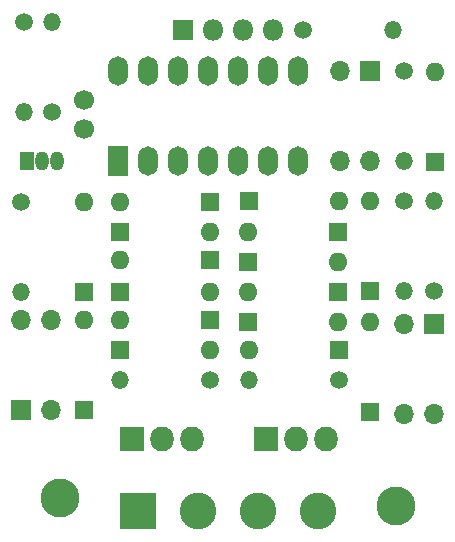
<source format=gbr>
%TF.GenerationSoftware,KiCad,Pcbnew,(5.1.6)-1*%
%TF.CreationDate,2021-04-27T13:36:45+02:00*%
%TF.ProjectId,BM2,424d322e-6b69-4636-9164-5f7063625858,rev?*%
%TF.SameCoordinates,Original*%
%TF.FileFunction,Soldermask,Top*%
%TF.FilePolarity,Negative*%
%FSLAX46Y46*%
G04 Gerber Fmt 4.6, Leading zero omitted, Abs format (unit mm)*
G04 Created by KiCad (PCBNEW (5.1.6)-1) date 2021-04-27 13:36:45*
%MOMM*%
%LPD*%
G01*
G04 APERTURE LIST*
%ADD10C,3.300000*%
%ADD11C,3.100000*%
%ADD12R,3.100000X3.100000*%
%ADD13O,2.005000X2.100000*%
%ADD14R,2.005000X2.100000*%
%ADD15C,1.700000*%
%ADD16O,1.700000X2.500000*%
%ADD17R,1.700000X2.500000*%
%ADD18C,1.500000*%
%ADD19O,1.500000X1.500000*%
%ADD20O,1.800000X1.800000*%
%ADD21R,1.800000X1.800000*%
%ADD22O,1.150000X1.600000*%
%ADD23R,1.150000X1.600000*%
%ADD24R,1.700000X1.700000*%
%ADD25O,1.700000X1.700000*%
%ADD26O,1.600000X1.600000*%
%ADD27R,1.600000X1.600000*%
G04 APERTURE END LIST*
D10*
%TO.C,REF\u002A\u002A*%
X105664000Y-182000000D03*
%TD*%
D11*
%TO.C,J2*%
X99019000Y-182411000D03*
D12*
X83779000Y-182411000D03*
D11*
X93939000Y-182411000D03*
X88859000Y-182411000D03*
%TD*%
D13*
%TO.C,Q1*%
X99695000Y-176315000D03*
X97155000Y-176315000D03*
D14*
X94615000Y-176315000D03*
%TD*%
D13*
%TO.C,Q2*%
X88392000Y-176315000D03*
X85852000Y-176315000D03*
D14*
X83312000Y-176315000D03*
%TD*%
D10*
%TO.C,REF\u002A\u002A*%
X77216000Y-181356000D03*
%TD*%
D15*
%TO.C,C1*%
X79207000Y-150113000D03*
X79207000Y-147613000D03*
%TD*%
D16*
%TO.C,U2*%
X82128000Y-145161000D03*
X97368000Y-152781000D03*
X84668000Y-145161000D03*
X94828000Y-152781000D03*
X87208000Y-145161000D03*
X92288000Y-152781000D03*
X89748000Y-145161000D03*
X89748000Y-152781000D03*
X92288000Y-145161000D03*
X87208000Y-152781000D03*
X94828000Y-145161000D03*
X84668000Y-152781000D03*
X97368000Y-145161000D03*
D17*
X82128000Y-152781000D03*
%TD*%
D18*
%TO.C,R17*%
X97790000Y-141732000D03*
D19*
X105410000Y-141732000D03*
%TD*%
%TO.C,R16*%
X106299000Y-152820000D03*
D18*
X106299000Y-145200000D03*
%TD*%
%TO.C,R15*%
X76540000Y-148629000D03*
D19*
X76540000Y-141009000D03*
%TD*%
D18*
%TO.C,R14*%
X74127000Y-141009000D03*
D19*
X74127000Y-148629000D03*
%TD*%
%TO.C,R11*%
X93177000Y-171362000D03*
D18*
X100797000Y-171362000D03*
%TD*%
D19*
%TO.C,R10*%
X82255000Y-171362000D03*
D18*
X89875000Y-171362000D03*
%TD*%
D19*
%TO.C,R9*%
X108839000Y-156210000D03*
D18*
X108839000Y-163830000D03*
%TD*%
D19*
%TO.C,R8*%
X73914000Y-163869000D03*
D18*
X73914000Y-156249000D03*
%TD*%
D19*
%TO.C,R7*%
X106299000Y-163830000D03*
D18*
X106299000Y-156210000D03*
%TD*%
D20*
%TO.C,J1*%
X95250000Y-141732000D03*
X92710000Y-141732000D03*
X90170000Y-141732000D03*
D21*
X87630000Y-141732000D03*
%TD*%
D22*
%TO.C,Q10*%
X75651000Y-152820000D03*
X76921000Y-152820000D03*
D23*
X74381000Y-152820000D03*
%TD*%
D24*
%TO.C,U1*%
X103464000Y-145200000D03*
D25*
X100924000Y-152820000D03*
X100924000Y-145200000D03*
X103464000Y-152820000D03*
%TD*%
D24*
%TO.C,U3*%
X73873000Y-173902000D03*
D25*
X76413000Y-166282000D03*
X76413000Y-173902000D03*
X73873000Y-166282000D03*
%TD*%
%TO.C,U4*%
X108839000Y-174244000D03*
X106299000Y-166624000D03*
X106299000Y-174244000D03*
D24*
X108839000Y-166624000D03*
%TD*%
D26*
%TO.C,D7*%
X79248000Y-156249000D03*
D27*
X79248000Y-163869000D03*
%TD*%
%TO.C,D8*%
X79248000Y-173902000D03*
D26*
X79248000Y-166282000D03*
%TD*%
D27*
%TO.C,D9*%
X103464000Y-163830000D03*
D26*
X103464000Y-156210000D03*
%TD*%
%TO.C,D10*%
X103464000Y-166409000D03*
D27*
X103464000Y-174029000D03*
%TD*%
D26*
%TO.C,D11*%
X82255000Y-156249000D03*
D27*
X89875000Y-156249000D03*
%TD*%
%TO.C,D12*%
X82255000Y-158789000D03*
D26*
X89875000Y-158789000D03*
%TD*%
%TO.C,D13*%
X82255000Y-161202000D03*
D27*
X89875000Y-161202000D03*
%TD*%
%TO.C,D14*%
X82255000Y-163869000D03*
D26*
X89875000Y-163869000D03*
%TD*%
%TO.C,D15*%
X82255000Y-166282000D03*
D27*
X89875000Y-166282000D03*
%TD*%
D26*
%TO.C,D16*%
X100797000Y-156210000D03*
D27*
X93177000Y-156210000D03*
%TD*%
%TO.C,D17*%
X100739000Y-158771000D03*
D26*
X93119000Y-158771000D03*
%TD*%
%TO.C,D18*%
X100739000Y-161311000D03*
D27*
X93119000Y-161311000D03*
%TD*%
%TO.C,D19*%
X100739000Y-163851000D03*
D26*
X93119000Y-163851000D03*
%TD*%
D27*
%TO.C,D20*%
X93119000Y-166391000D03*
D26*
X100739000Y-166391000D03*
%TD*%
%TO.C,D21*%
X89875000Y-168822000D03*
D27*
X82255000Y-168822000D03*
%TD*%
D26*
%TO.C,D22*%
X93177000Y-168822000D03*
D27*
X100797000Y-168822000D03*
%TD*%
%TO.C,D23*%
X108966000Y-152908000D03*
D26*
X108966000Y-145288000D03*
%TD*%
M02*

</source>
